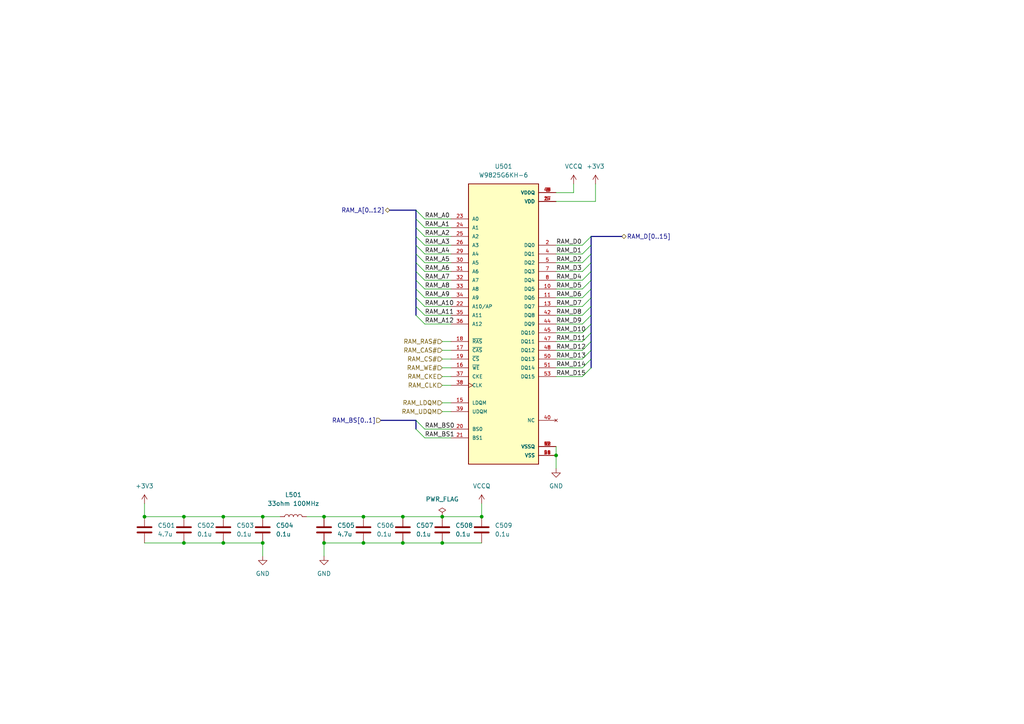
<source format=kicad_sch>
(kicad_sch (version 20211123) (generator eeschema)
  (paper "A4")
  (lib_symbols
    (symbol "Device:C" (pin_numbers hide) (pin_names (offset 0.254))
      (property "Reference" "C" (at 0.635 2.54 0))
      (property "Value" "C" (at 0.635 -2.54 0))
      (symbol "C_0_1"
        (polyline (pts (xy -2.032 -0.762) (xy 2.032 -0.762)) (stroke (width 0.508)))
        (polyline (pts (xy -2.032 0.762) (xy 2.032 0.762)) (stroke (width 0.508)))
      )
      (symbol "C_1_1"
        (pin passive line (at 0 3.81 270) (length 2.794) (name "~") (number "1"))
        (pin passive line (at 0 -3.81 90) (length 2.794) (name "~") (number "2"))
      )
    )
    (symbol "Device:L" (pin_numbers hide) (pin_names (offset 1.016) hide)
      (property "Reference" "L" (at -1.27 0 90))
      (property "Value" "L" (at 1.905 0 90))
      (symbol "L_0_1"
        (arc (start 0 -2.54) (mid 0.635 -1.905) (end 0 -1.27))
        (arc (start 0 -1.27) (mid 0.635 -0.635) (end 0 0))
        (arc (start 0 0) (mid 0.635 0.635) (end 0 1.27))
        (arc (start 0 1.27) (mid 0.635 1.905) (end 0 2.54))
      )
      (symbol "L_1_1"
        (pin passive line (at 0 3.81 270) (length 1.27) (name "1") (number "1"))
        (pin passive line (at 0 -3.81 90) (length 1.27) (name "2") (number "2"))
      )
    )
    (symbol "W9825G6KH-6:W9825G6KH-6" (pin_names (offset 1.016))
      (property "Reference" "U" (at -10.16 41.275 0))
      (property "Value" "W9825G6KH-6" (at -10.16 -43.18 0))
      (symbol "W9825G6KH-6_0_0"
        (rectangle (start -10.16 -40.64) (end 10.16 40.64) (stroke (width 0.254)) (fill (type background)))
        (pin power_in line (at 15.24 35.56 180) (length 5.08) (name "VDD") (number "1"))
        (pin bidirectional line (at 15.24 10.16 180) (length 5.08) (name "DQ5") (number "10"))
        (pin bidirectional line (at 15.24 7.62 180) (length 5.08) (name "DQ6") (number "11"))
        (pin power_in line (at 15.24 -35.56 180) (length 5.08) (name "VSSQ") (number "12"))
        (pin bidirectional line (at 15.24 5.08 180) (length 5.08) (name "DQ7") (number "13"))
        (pin power_in line (at 15.24 35.56 180) (length 5.08) (name "VDD") (number "14"))
        (pin input line (at -15.24 -22.86 0) (length 5.08) (name "LDQM") (number "15"))
        (pin input line (at -15.24 -12.7 0) (length 5.08) (name "~{WE}") (number "16"))
        (pin input line (at -15.24 -7.62 0) (length 5.08) (name "~{CAS}") (number "17"))
        (pin input line (at -15.24 -5.08 0) (length 5.08) (name "~{RAS}") (number "18"))
        (pin input line (at -15.24 -10.16 0) (length 5.08) (name "~{CS}") (number "19"))
        (pin bidirectional line (at 15.24 22.86 180) (length 5.08) (name "DQ0") (number "2"))
        (pin input line (at -15.24 -30.48 0) (length 5.08) (name "BS0") (number "20"))
        (pin input line (at -15.24 -33.02 0) (length 5.08) (name "BS1") (number "21"))
        (pin input line (at -15.24 5.08 0) (length 5.08) (name "A10/AP") (number "22"))
        (pin input line (at -15.24 30.48 0) (length 5.08) (name "A0") (number "23"))
        (pin input line (at -15.24 27.94 0) (length 5.08) (name "A1") (number "24"))
        (pin input line (at -15.24 25.4 0) (length 5.08) (name "A2") (number "25"))
        (pin input line (at -15.24 22.86 0) (length 5.08) (name "A3") (number "26"))
        (pin power_in line (at 15.24 35.56 180) (length 5.08) (name "VDD") (number "27"))
        (pin power_in line (at 15.24 -38.1 180) (length 5.08) (name "VSS") (number "28"))
        (pin input line (at -15.24 20.32 0) (length 5.08) (name "A4") (number "29"))
        (pin power_in line (at 15.24 38.1 180) (length 5.08) (name "VDDQ") (number "3"))
        (pin input line (at -15.24 17.78 0) (length 5.08) (name "A5") (number "30"))
        (pin input line (at -15.24 15.24 0) (length 5.08) (name "A6") (number "31"))
        (pin input line (at -15.24 12.7 0) (length 5.08) (name "A7") (number "32"))
        (pin input line (at -15.24 10.16 0) (length 5.08) (name "A8") (number "33"))
        (pin input line (at -15.24 7.62 0) (length 5.08) (name "A9") (number "34"))
        (pin input line (at -15.24 2.54 0) (length 5.08) (name "A11") (number "35"))
        (pin input line (at -15.24 0 0) (length 5.08) (name "A12") (number "36"))
        (pin input line (at -15.24 -15.24 0) (length 5.08) (name "CKE") (number "37"))
        (pin input clock (at -15.24 -17.78 0) (length 5.08) (name "CLK") (number "38"))
        (pin input line (at -15.24 -25.4 0) (length 5.08) (name "UDQM") (number "39"))
        (pin bidirectional line (at 15.24 20.32 180) (length 5.08) (name "DQ1") (number "4"))
        (pin no_connect line (at 15.24 -27.94 180) (length 5.08) (name "NC") (number "40"))
        (pin power_in line (at 15.24 -38.1 180) (length 5.08) (name "VSS") (number "41"))
        (pin bidirectional line (at 15.24 2.54 180) (length 5.08) (name "DQ8") (number "42"))
        (pin power_in line (at 15.24 38.1 180) (length 5.08) (name "VDDQ") (number "43"))
        (pin bidirectional line (at 15.24 0 180) (length 5.08) (name "DQ9") (number "44"))
        (pin bidirectional line (at 15.24 -2.54 180) (length 5.08) (name "DQ10") (number "45"))
        (pin power_in line (at 15.24 -35.56 180) (length 5.08) (name "VSSQ") (number "46"))
        (pin bidirectional line (at 15.24 -5.08 180) (length 5.08) (name "DQ11") (number "47"))
        (pin bidirectional line (at 15.24 -7.62 180) (length 5.08) (name "DQ12") (number "48"))
        (pin power_in line (at 15.24 38.1 180) (length 5.08) (name "VDDQ") (number "49"))
        (pin bidirectional line (at 15.24 17.78 180) (length 5.08) (name "DQ2") (number "5"))
        (pin bidirectional line (at 15.24 -10.16 180) (length 5.08) (name "DQ13") (number "50"))
        (pin bidirectional line (at 15.24 -12.7 180) (length 5.08) (name "DQ14") (number "51"))
        (pin power_in line (at 15.24 -35.56 180) (length 5.08) (name "VSSQ") (number "52"))
        (pin bidirectional line (at 15.24 -15.24 180) (length 5.08) (name "DQ15") (number "53"))
        (pin power_in line (at 15.24 -38.1 180) (length 5.08) (name "VSS") (number "54"))
        (pin power_in line (at 15.24 -35.56 180) (length 5.08) (name "VSSQ") (number "6"))
        (pin bidirectional line (at 15.24 15.24 180) (length 5.08) (name "DQ3") (number "7"))
        (pin bidirectional line (at 15.24 12.7 180) (length 5.08) (name "DQ4") (number "8"))
        (pin power_in line (at 15.24 38.1 180) (length 5.08) (name "VDDQ") (number "9"))
      )
    )
    (symbol "power:+3.3V" (power) (pin_names (offset 0))
      (property "Value" "+3.3V" (at 0 3.556 0))
      (symbol "+3.3V_0_1"
        (polyline (pts (xy -0.762 1.27) (xy 0 2.54)))
        (polyline (pts (xy 0 0) (xy 0 2.54)))
        (polyline (pts (xy 0 2.54) (xy 0.762 1.27)))
      )
      (symbol "+3.3V_1_1"
        (pin power_in line (at 0 0 90) (length 0) hide (name "+3V3") (number "1"))
      )
    )
    (symbol "power:GND" (power) (pin_names (offset 0))
      (property "Value" "GND" (at 0 -3.81 0))
      (symbol "GND_0_1"
        (polyline (pts (xy 0 0) (xy 0 -1.27) (xy 1.27 -1.27) (xy 0 -2.54) (xy -1.27 -1.27) (xy 0 -1.27)))
      )
      (symbol "GND_1_1"
        (pin power_in line (at 0 0 270) (length 0) hide (name "GND") (number "1"))
      )
    )
    (symbol "power:PWR_FLAG" (power) (pin_numbers hide) (pin_names (offset 0) hide)
      (property "Value" "PWR_FLAG" (at 0 3.81 0))
      (symbol "PWR_FLAG_0_0"
        (pin power_out line (at 0 0 90) (length 0) (name "pwr") (number "1"))
      )
      (symbol "PWR_FLAG_0_1"
        (polyline (pts (xy 0 0) (xy 0 1.27) (xy -1.016 1.905) (xy 0 2.54) (xy 1.016 1.905) (xy 0 1.27)))
      )
    )
    (symbol "power:VCCQ" (power) (pin_names (offset 0))
      (property "Value" "VCCQ" (at 0 3.81 0))
      (symbol "VCCQ_0_1"
        (polyline (pts (xy -0.762 1.27) (xy 0 2.54)))
        (polyline (pts (xy 0 0) (xy 0 2.54)))
        (polyline (pts (xy 0 2.54) (xy 0.762 1.27)))
      )
      (symbol "VCCQ_1_1"
        (pin power_in line (at 0 0 90) (length 0) hide (name "VCCQ") (number "1"))
      )
    )
  )
  (junction (at 139.7 149.86))
  (junction (at 128.27 157.48))
  (junction (at 116.84 157.48))
  (junction (at 105.41 149.86))
  (junction (at 93.98 149.86))
  (junction (at 41.91 149.86))
  (junction (at 64.77 157.48))
  (junction (at 128.27 149.86))
  (junction (at 93.98 157.48))
  (junction (at 116.84 149.86))
  (junction (at 161.29 132.08))
  (junction (at 76.2 149.86))
  (junction (at 76.2 157.48))
  (junction (at 53.34 149.86))
  (junction (at 64.77 149.86))
  (junction (at 105.41 157.48))
  (junction (at 53.34 157.48))
  (bus_entry (at 171.45 99.06) (size -2.54 2.54))
  (bus_entry (at 171.45 96.52) (size -2.54 2.54))
  (bus_entry (at 171.45 86.36) (size -2.54 2.54))
  (bus_entry (at 171.45 83.82) (size -2.54 2.54))
  (bus_entry (at 171.45 88.9) (size -2.54 2.54))
  (bus_entry (at 171.45 93.98) (size -2.54 2.54))
  (bus_entry (at 171.45 91.44) (size -2.54 2.54))
  (bus_entry (at 171.45 106.68) (size -2.54 2.54))
  (bus_entry (at 171.45 104.14) (size -2.54 2.54))
  (bus_entry (at 171.45 101.6) (size -2.54 2.54))
  (bus_entry (at 171.45 81.28) (size -2.54 2.54))
  (bus_entry (at 120.65 73.66) (size 2.54 2.54))
  (bus_entry (at 120.65 71.12) (size 2.54 2.54))
  (bus_entry (at 120.65 63.5) (size 2.54 2.54))
  (bus_entry (at 120.65 68.58) (size 2.54 2.54))
  (bus_entry (at 120.65 66.04) (size 2.54 2.54))
  (bus_entry (at 120.65 60.96) (size 2.54 2.54))
  (bus_entry (at 171.45 68.58) (size -2.54 2.54))
  (bus_entry (at 171.45 71.12) (size -2.54 2.54))
  (bus_entry (at 171.45 78.74) (size -2.54 2.54))
  (bus_entry (at 171.45 76.2) (size -2.54 2.54))
  (bus_entry (at 171.45 73.66) (size -2.54 2.54))
  (bus_entry (at 120.65 124.46) (size 2.54 2.54))
  (bus_entry (at 120.65 121.92) (size 2.54 2.54))
  (bus_entry (at 120.65 76.2) (size 2.54 2.54))
  (bus_entry (at 120.65 91.44) (size 2.54 2.54))
  (bus_entry (at 120.65 88.9) (size 2.54 2.54))
  (bus_entry (at 120.65 86.36) (size 2.54 2.54))
  (bus_entry (at 120.65 78.74) (size 2.54 2.54))
  (bus_entry (at 120.65 83.82) (size 2.54 2.54))
  (bus_entry (at 120.65 81.28) (size 2.54 2.54))
  (bus (pts (xy 171.45 96.52) (xy 171.45 93.98)))
  (bus (pts (xy 120.65 76.2) (xy 120.65 73.66)))
  (bus (pts (xy 120.65 71.12) (xy 120.65 68.58)))
  (wire (pts (xy 53.34 157.48) (xy 64.77 157.48)))
  (bus (pts (xy 171.45 106.68) (xy 171.45 104.14)))
  (bus (pts (xy 120.65 68.58) (xy 120.65 66.04)))
  (bus (pts (xy 120.65 86.36) (xy 120.65 83.82)))
  (bus (pts (xy 171.45 73.66) (xy 171.45 71.12)))
  (wire (pts (xy 53.34 149.86) (xy 64.77 149.86)))
  (wire (pts (xy 93.98 149.86) (xy 105.41 149.86)))
  (wire (pts (xy 161.29 71.12) (xy 168.91 71.12)))
  (bus (pts (xy 120.65 63.5) (xy 120.65 60.96)))
  (wire (pts (xy 41.91 146.05) (xy 41.91 149.86)))
  (bus (pts (xy 171.45 88.9) (xy 171.45 86.36)))
  (bus (pts (xy 171.45 91.44) (xy 171.45 88.9)))
  (wire (pts (xy 161.29 109.22) (xy 168.91 109.22)))
  (wire (pts (xy 161.29 83.82) (xy 168.91 83.82)))
  (wire (pts (xy 172.72 58.42) (xy 172.72 53.34)))
  (bus (pts (xy 120.65 78.74) (xy 120.65 76.2)))
  (wire (pts (xy 161.29 93.98) (xy 168.91 93.98)))
  (wire (pts (xy 166.37 55.88) (xy 166.37 53.34)))
  (bus (pts (xy 171.45 99.06) (xy 171.45 96.52)))
  (wire (pts (xy 123.19 63.5) (xy 130.81 63.5)))
  (wire (pts (xy 161.29 55.88) (xy 166.37 55.88)))
  (bus (pts (xy 113.03 60.96) (xy 120.65 60.96)))
  (bus (pts (xy 171.45 76.2) (xy 171.45 73.66)))
  (bus (pts (xy 110.49 121.92) (xy 120.65 121.92)))
  (bus (pts (xy 171.45 83.82) (xy 171.45 81.28)))
  (wire (pts (xy 64.77 157.48) (xy 76.2 157.48)))
  (wire (pts (xy 123.19 86.36) (xy 130.81 86.36)))
  (wire (pts (xy 128.27 157.48) (xy 139.7 157.48)))
  (wire (pts (xy 161.29 76.2) (xy 168.91 76.2)))
  (wire (pts (xy 76.2 157.48) (xy 76.2 161.29)))
  (wire (pts (xy 161.29 132.08) (xy 161.29 135.89)))
  (wire (pts (xy 161.29 88.9) (xy 168.91 88.9)))
  (wire (pts (xy 128.27 119.38) (xy 130.81 119.38)))
  (wire (pts (xy 123.19 73.66) (xy 130.81 73.66)))
  (wire (pts (xy 161.29 101.6) (xy 168.91 101.6)))
  (wire (pts (xy 128.27 111.76) (xy 130.81 111.76)))
  (bus (pts (xy 120.65 88.9) (xy 120.65 86.36)))
  (wire (pts (xy 161.29 86.36) (xy 168.91 86.36)))
  (wire (pts (xy 123.19 88.9) (xy 130.81 88.9)))
  (wire (pts (xy 123.19 81.28) (xy 130.81 81.28)))
  (wire (pts (xy 161.29 106.68) (xy 168.91 106.68)))
  (wire (pts (xy 123.19 93.98) (xy 130.81 93.98)))
  (bus (pts (xy 171.45 68.58) (xy 180.34 68.58)))
  (wire (pts (xy 88.9 149.86) (xy 93.98 149.86)))
  (wire (pts (xy 161.29 73.66) (xy 168.91 73.66)))
  (bus (pts (xy 120.65 81.28) (xy 120.65 78.74)))
  (wire (pts (xy 64.77 149.86) (xy 76.2 149.86)))
  (wire (pts (xy 123.19 66.04) (xy 130.81 66.04)))
  (wire (pts (xy 123.19 71.12) (xy 130.81 71.12)))
  (wire (pts (xy 161.29 104.14) (xy 168.91 104.14)))
  (wire (pts (xy 161.29 99.06) (xy 168.91 99.06)))
  (bus (pts (xy 120.65 66.04) (xy 120.65 63.5)))
  (wire (pts (xy 139.7 146.05) (xy 139.7 149.86)))
  (bus (pts (xy 120.65 91.44) (xy 120.65 88.9)))
  (wire (pts (xy 41.91 157.48) (xy 53.34 157.48)))
  (wire (pts (xy 123.19 78.74) (xy 130.81 78.74)))
  (bus (pts (xy 171.45 93.98) (xy 171.45 91.44)))
  (bus (pts (xy 120.65 124.46) (xy 120.65 121.92)))
  (wire (pts (xy 116.84 157.48) (xy 128.27 157.48)))
  (bus (pts (xy 171.45 81.28) (xy 171.45 78.74)))
  (wire (pts (xy 123.19 91.44) (xy 130.81 91.44)))
  (wire (pts (xy 105.41 149.86) (xy 116.84 149.86)))
  (bus (pts (xy 171.45 71.12) (xy 171.45 68.58)))
  (wire (pts (xy 128.27 101.6) (xy 130.81 101.6)))
  (wire (pts (xy 161.29 81.28) (xy 168.91 81.28)))
  (wire (pts (xy 128.27 149.86) (xy 139.7 149.86)))
  (bus (pts (xy 120.65 73.66) (xy 120.65 71.12)))
  (wire (pts (xy 76.2 149.86) (xy 81.28 149.86)))
  (bus (pts (xy 171.45 78.74) (xy 171.45 76.2)))
  (bus (pts (xy 171.45 86.36) (xy 171.45 83.82)))
  (wire (pts (xy 128.27 109.22) (xy 130.81 109.22)))
  (wire (pts (xy 41.91 149.86) (xy 53.34 149.86)))
  (wire (pts (xy 161.29 96.52) (xy 168.91 96.52)))
  (wire (pts (xy 161.29 58.42) (xy 172.72 58.42)))
  (wire (pts (xy 128.27 104.14) (xy 130.81 104.14)))
  (wire (pts (xy 123.19 127) (xy 130.81 127)))
  (wire (pts (xy 123.19 83.82) (xy 130.81 83.82)))
  (wire (pts (xy 123.19 124.46) (xy 130.81 124.46)))
  (bus (pts (xy 171.45 101.6) (xy 171.45 99.06)))
  (wire (pts (xy 128.27 99.06) (xy 130.81 99.06)))
  (bus (pts (xy 120.65 83.82) (xy 120.65 81.28)))
  (wire (pts (xy 93.98 157.48) (xy 93.98 161.29)))
  (wire (pts (xy 128.27 116.84) (xy 130.81 116.84)))
  (bus (pts (xy 171.45 104.14) (xy 171.45 101.6)))
  (wire (pts (xy 161.29 91.44) (xy 168.91 91.44)))
  (wire (pts (xy 161.29 129.54) (xy 161.29 132.08)))
  (wire (pts (xy 161.29 78.74) (xy 168.91 78.74)))
  (wire (pts (xy 93.98 157.48) (xy 105.41 157.48)))
  (wire (pts (xy 123.19 76.2) (xy 130.81 76.2)))
  (wire (pts (xy 116.84 149.86) (xy 128.27 149.86)))
  (wire (pts (xy 105.41 157.48) (xy 116.84 157.48)))
  (wire (pts (xy 123.19 68.58) (xy 130.81 68.58)))
  (wire (pts (xy 128.27 106.68) (xy 130.81 106.68)))
  (label "RAM_A11" (at 123.19 91.44 0))
  (label "RAM_BS0" (at 123.19 124.46 0))
  (label "RAM_D13" (at 161.29 104.14 0))
  (label "RAM_D9" (at 161.29 93.98 0))
  (label "RAM_D8" (at 161.29 91.44 0))
  (label "RAM_D2" (at 161.29 76.2 0))
  (label "RAM_A2" (at 123.19 68.58 0))
  (label "RAM_A8" (at 123.19 83.82 0))
  (label "RAM_D0" (at 161.29 71.12 0))
  (label "RAM_A6" (at 123.19 78.74 0))
  (label "RAM_A4" (at 123.19 73.66 0))
  (label "RAM_A3" (at 123.19 71.12 0))
  (label "RAM_A1" (at 123.19 66.04 0))
  (label "RAM_D7" (at 161.29 88.9 0))
  (label "RAM_A10" (at 123.19 88.9 0))
  (label "RAM_D4" (at 161.29 81.28 0))
  (label "RAM_BS1" (at 123.19 127 0))
  (label "RAM_D11" (at 161.29 99.06 0))
  (label "RAM_D5" (at 161.29 83.82 0))
  (label "RAM_A7" (at 123.19 81.28 0))
  (label "RAM_D1" (at 161.29 73.66 0))
  (label "RAM_A5" (at 123.19 76.2 0))
  (label "RAM_D3" (at 161.29 78.74 0))
  (label "RAM_A9" (at 123.19 86.36 0))
  (label "RAM_D10" (at 161.29 96.52 0))
  (label "RAM_A0" (at 123.19 63.5 0))
  (label "RAM_A12" (at 123.19 93.98 0))
  (label "RAM_D14" (at 161.29 106.68 0))
  (label "RAM_D12" (at 161.29 101.6 0))
  (label "RAM_D15" (at 161.29 109.22 0))
  (label "RAM_D6" (at 161.29 86.36 0))
  (hierarchical_label "RAM_LDQM" (shape input) (at 128.27 116.84 180))
  (hierarchical_label "RAM_BS[0..1]" (shape input) (at 110.49 121.92 180))
  (hierarchical_label "RAM_CKE" (shape input) (at 128.27 109.22 180))
  (hierarchical_label "RAM_A[0..12]" (shape bidirectional) (at 113.03 60.96 180))
  (hierarchical_label "RAM_CS#" (shape input) (at 128.27 104.14 180))
  (hierarchical_label "RAM_UDQM" (shape input) (at 128.27 119.38 180))
  (hierarchical_label "RAM_CLK" (shape input) (at 128.27 111.76 180))
  (hierarchical_label "RAM_WE#" (shape input) (at 128.27 106.68 180))
  (hierarchical_label "RAM_RAS#" (shape input) (at 128.27 99.06 180))
  (hierarchical_label "RAM_D[0..15]" (shape bidirectional) (at 180.34 68.58 0))
  (hierarchical_label "RAM_CAS#" (shape input) (at 128.27 101.6 180))
  (symbol (lib_id "Device:C") (at 116.84 153.67 0) (unit 1)
    (property "Reference" "C507" (at 120.65 152.3999 0) (effects (justify left)))
    (property "Value" "0.1u" (at 120.65 154.9399 0) (effects (justify left)))
    (property "Footprint" "Capacitor_SMD:C_0402_1005Metric_Pad0.74x0.62mm_HandSolder" (effects hide))
  )
  (symbol (lib_id "power:GND") (at 76.2 161.29 0) (unit 1)
    (property "Reference" "#PWR0502" (effects hide))
    (property "Value" "GND" (at 76.2 166.37 0))
  )
  (symbol (lib_id "power:GND") (at 93.98 161.29 0) (unit 1)
    (property "Reference" "#PWR0503" (effects hide))
    (property "Value" "GND" (at 93.98 166.37 0))
  )
  (symbol (lib_id "Device:C") (at 76.2 153.67 0) (unit 1)
    (property "Reference" "C504" (at 80.01 152.3999 0) (effects (justify left)))
    (property "Value" "0.1u" (at 80.01 154.9399 0) (effects (justify left)))
    (property "Footprint" "Capacitor_SMD:C_0201_0603Metric_Pad0.64x0.40mm_HandSolder" (effects hide))
  )
  (symbol (lib_id "Device:C") (at 53.34 153.67 0) (unit 1)
    (property "Reference" "C502" (at 57.15 152.3999 0) (effects (justify left)))
    (property "Value" "0.1u" (at 57.15 154.9399 0) (effects (justify left)))
    (property "Footprint" "Capacitor_SMD:C_0201_0603Metric_Pad0.64x0.40mm_HandSolder" (effects hide))
  )
  (symbol (lib_id "Device:C") (at 128.27 153.67 0) (unit 1)
    (property "Reference" "C508" (at 132.08 152.3999 0) (effects (justify left)))
    (property "Value" "0.1u" (at 132.08 154.9399 0) (effects (justify left)))
    (property "Footprint" "Capacitor_SMD:C_0402_1005Metric_Pad0.74x0.62mm_HandSolder" (effects hide))
  )
  (symbol (lib_id "power:VCCQ") (at 166.37 53.34 0) (unit 1)
    (property "Reference" "#PWR0506" (effects hide))
    (property "Value" "VCCQ" (at 166.37 48.26 0))
  )
  (symbol (lib_id "W9825G6KH-6:W9825G6KH-6") (at 146.05 93.98 0) (unit 1)
    (property "Reference" "U501" (at 146.05 48.26 0))
    (property "Value" "W9825G6KH-6" (at 146.05 50.8 0))
    (property "Footprint" "ram:SOP80P1176X120-54N" (effects hide))
    (property "STANDARD" "IPC 7351B" (effects hide))
    (property "PARTREV" "A05" (effects hide))
    (property "MAXIMUM_PACKAGE_HEIGHT" "1.2 mm" (effects hide))
    (property "MANUFACTURER" "Winbond" (effects hide))
  )
  (symbol (lib_id "power:+3.3V") (at 172.72 53.34 0) (unit 1)
    (property "Reference" "#PWR0507" (effects hide))
    (property "Value" "+3.3V" (at 172.72 48.26 0))
  )
  (symbol (lib_id "power:+3.3V") (at 41.91 146.05 0) (unit 1)
    (property "Reference" "#PWR0501" (effects hide))
    (property "Value" "+3.3V" (at 41.91 140.97 0))
  )
  (symbol (lib_id "Device:C") (at 105.41 153.67 0) (unit 1)
    (property "Reference" "C506" (at 109.22 152.3999 0) (effects (justify left)))
    (property "Value" "0.1u" (at 109.22 154.9399 0) (effects (justify left)))
    (property "Footprint" "Capacitor_SMD:C_0402_1005Metric_Pad0.74x0.62mm_HandSolder" (effects hide))
  )
  (symbol (lib_id "Device:C") (at 64.77 153.67 0) (unit 1)
    (property "Reference" "C503" (at 68.58 152.3999 0) (effects (justify left)))
    (property "Value" "0.1u" (at 68.58 154.9399 0) (effects (justify left)))
    (property "Footprint" "Capacitor_SMD:C_0201_0603Metric_Pad0.64x0.40mm_HandSolder" (effects hide))
  )
  (symbol (lib_id "power:PWR_FLAG") (at 128.27 149.86 0) (unit 1)
    (property "Reference" "#FLG0104" (effects hide))
    (property "Value" "PWR_FLAG" (at 128.27 144.78 0))
  )
  (symbol (lib_id "Device:L") (at 85.09 149.86 90) (unit 1)
    (property "Reference" "L501" (at 85.09 143.51 90))
    (property "Value" "33ohm 100MHz" (at 85.09 146.05 90))
    (property "Footprint" "Inductor_SMD:L_0402_1005Metric_Pad0.77x0.64mm_HandSolder" (effects hide))
  )
  (symbol (lib_id "power:GND") (at 161.29 135.89 0) (unit 1)
    (property "Reference" "#PWR0505" (effects hide))
    (property "Value" "GND" (at 161.29 140.97 0))
  )
  (symbol (lib_id "Device:C") (at 139.7 153.67 0) (unit 1)
    (property "Reference" "C509" (at 143.51 152.3999 0) (effects (justify left)))
    (property "Value" "0.1u" (at 143.51 154.9399 0) (effects (justify left)))
    (property "Footprint" "Capacitor_SMD:C_0402_1005Metric_Pad0.74x0.62mm_HandSolder" (effects hide))
  )
  (symbol (lib_id "power:VCCQ") (at 139.7 146.05 0) (unit 1)
    (property "Reference" "#PWR0504" (effects hide))
    (property "Value" "VCCQ" (at 139.7 140.97 0))
  )
  (symbol (lib_id "Device:C") (at 93.98 153.67 0) (unit 1)
    (property "Reference" "C505" (at 97.79 152.3999 0) (effects (justify left)))
    (property "Value" "4.7u" (at 97.79 154.9399 0) (effects (justify left)))
    (property "Footprint" "Capacitor_SMD:C_0402_1005Metric_Pad0.74x0.62mm_HandSolder" (effects hide))
  )
  (symbol (lib_id "Device:C") (at 41.91 153.67 0) (unit 1)
    (property "Reference" "C501" (at 45.72 152.3999 0) (effects (justify left)))
    (property "Value" "4.7u" (at 45.72 154.9399 0) (effects (justify left)))
    (property "Footprint" "Capacitor_SMD:C_0402_1005Metric_Pad0.74x0.62mm_HandSolder" (effects hide))
  )
)
</source>
